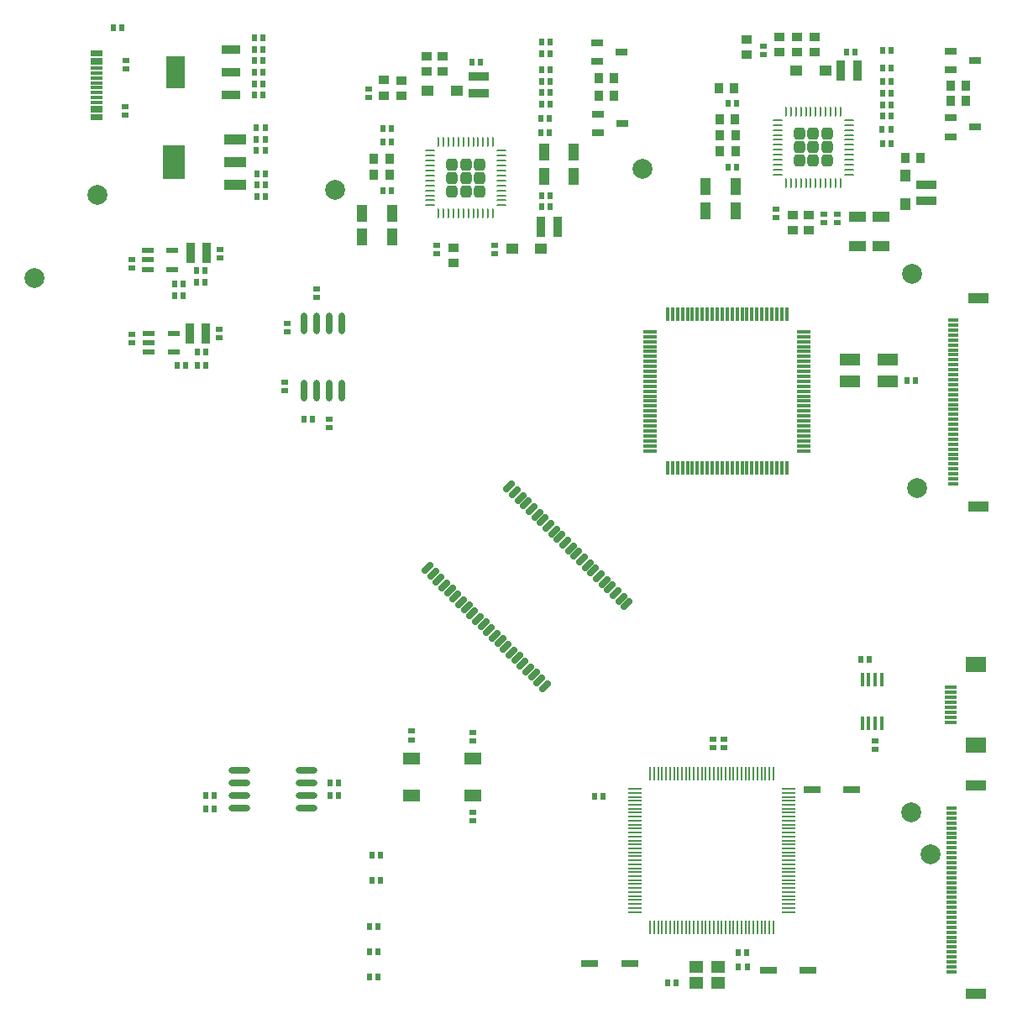
<source format=gtp>
G04*
G04 #@! TF.GenerationSoftware,Altium Limited,Altium Designer,21.1.1 (26)*
G04*
G04 Layer_Color=8421504*
%FSLAX25Y25*%
%MOIN*%
G70*
G04*
G04 #@! TF.SameCoordinates,FB3CC9E6-9328-4A98-A2C4-C3437A6BD050*
G04*
G04*
G04 #@! TF.FilePolarity,Positive*
G04*
G01*
G75*
%ADD21C,0.07874*%
%ADD22R,0.03858X0.03661*%
%ADD23R,0.02362X0.02559*%
%ADD24R,0.05709X0.00787*%
%ADD25R,0.03940X0.01180*%
%ADD26R,0.03937X0.01181*%
%ADD27R,0.03937X0.01181*%
%ADD28R,0.03940X0.01180*%
%ADD29R,0.02559X0.02362*%
%ADD30R,0.07086X0.03150*%
%ADD31R,0.07874X0.05118*%
%ADD32O,0.02756X0.08661*%
%ADD33R,0.03346X0.07874*%
%ADD34R,0.04724X0.02362*%
%ADD35R,0.08500X0.13800*%
%ADD36R,0.08500X0.04300*%
%ADD37R,0.07284X0.12795*%
%ADD38R,0.07284X0.03543*%
%ADD39R,0.04921X0.02756*%
%ADD40R,0.03661X0.03858*%
%ADD41R,0.07874X0.03346*%
%ADD42R,0.03937X0.04921*%
%ADD43R,0.07087X0.04449*%
%ADD44R,0.04921X0.03937*%
%ADD45R,0.04449X0.07087*%
G04:AMPARAMS|DCode=46|XSize=46.06mil|YSize=46.06mil|CornerRadius=11.52mil|HoleSize=0mil|Usage=FLASHONLY|Rotation=0.000|XOffset=0mil|YOffset=0mil|HoleType=Round|Shape=RoundedRectangle|*
%AMROUNDEDRECTD46*
21,1,0.04606,0.02303,0,0,0.0*
21,1,0.02303,0.04606,0,0,0.0*
1,1,0.02303,0.01152,-0.01152*
1,1,0.02303,-0.01152,-0.01152*
1,1,0.02303,-0.01152,0.01152*
1,1,0.02303,0.01152,0.01152*
%
%ADD46ROUNDEDRECTD46*%
G04:AMPARAMS|DCode=47|XSize=39.37mil|YSize=9.45mil|CornerRadius=2.36mil|HoleSize=0mil|Usage=FLASHONLY|Rotation=0.000|XOffset=0mil|YOffset=0mil|HoleType=Round|Shape=RoundedRectangle|*
%AMROUNDEDRECTD47*
21,1,0.03937,0.00472,0,0,0.0*
21,1,0.03465,0.00945,0,0,0.0*
1,1,0.00472,0.01732,-0.00236*
1,1,0.00472,-0.01732,-0.00236*
1,1,0.00472,-0.01732,0.00236*
1,1,0.00472,0.01732,0.00236*
%
%ADD47ROUNDEDRECTD47*%
G04:AMPARAMS|DCode=48|XSize=9.45mil|YSize=39.37mil|CornerRadius=2.36mil|HoleSize=0mil|Usage=FLASHONLY|Rotation=0.000|XOffset=0mil|YOffset=0mil|HoleType=Round|Shape=RoundedRectangle|*
%AMROUNDEDRECTD48*
21,1,0.00945,0.03465,0,0,0.0*
21,1,0.00472,0.03937,0,0,0.0*
1,1,0.00472,0.00236,-0.01732*
1,1,0.00472,-0.00236,-0.01732*
1,1,0.00472,-0.00236,0.01732*
1,1,0.00472,0.00236,0.01732*
%
%ADD48ROUNDEDRECTD48*%
%ADD49R,0.03937X0.01181*%
%ADD50R,0.03937X0.01181*%
%ADD51R,0.07880X0.04330*%
G04:AMPARAMS|DCode=52|XSize=27.56mil|YSize=57.09mil|CornerRadius=0mil|HoleSize=0mil|Usage=FLASHONLY|Rotation=135.000|XOffset=0mil|YOffset=0mil|HoleType=Round|Shape=Round|*
%AMOVALD52*
21,1,0.02953,0.02756,0.00000,0.00000,225.0*
1,1,0.02756,0.01044,0.01044*
1,1,0.02756,-0.01044,-0.01044*
%
%ADD52OVALD52*%

%ADD53R,0.05807X0.01181*%
%ADD54R,0.01181X0.05807*%
%ADD55R,0.00787X0.05709*%
%ADD56O,0.08661X0.02756*%
%ADD57R,0.07087X0.04724*%
%ADD58O,0.01575X0.05697*%
%ADD59O,0.01575X0.05697*%
%ADD60R,0.05512X0.04528*%
%ADD61R,0.05118X0.01181*%
%ADD62R,0.05118X0.01181*%
%ADD63R,0.05118X0.01181*%
%ADD64R,0.05118X0.01181*%
%ADD65R,0.07880X0.05910*%
D21*
X7000Y289900D02*
D03*
X32000Y322900D02*
D03*
X362800Y61200D02*
D03*
X355200Y77848D02*
D03*
X355500Y291500D02*
D03*
X357600Y206700D02*
D03*
X248600Y333300D02*
D03*
X126600Y325100D02*
D03*
D22*
X289974Y384732D02*
D03*
Y378668D02*
D03*
X302703Y379591D02*
D03*
Y385653D02*
D03*
X314400Y308869D02*
D03*
Y314932D02*
D03*
X308100Y308869D02*
D03*
Y314932D02*
D03*
X316803Y379659D02*
D03*
Y385722D02*
D03*
X309803Y379659D02*
D03*
Y385722D02*
D03*
X152987Y368249D02*
D03*
Y362186D02*
D03*
X173387Y295992D02*
D03*
Y302055D02*
D03*
X162887Y378155D02*
D03*
Y372092D02*
D03*
X169187Y378142D02*
D03*
Y372079D02*
D03*
X145987Y362455D02*
D03*
Y368518D02*
D03*
D23*
X286527Y22200D02*
D03*
X289873D02*
D03*
X232773Y84300D02*
D03*
X229427D02*
D03*
X353627Y249200D02*
D03*
X356973D02*
D03*
X117373Y233900D02*
D03*
X114027D02*
D03*
X71500Y293000D02*
D03*
X74847D02*
D03*
Y288400D02*
D03*
X71500D02*
D03*
X66246Y283100D02*
D03*
X62900D02*
D03*
X62827Y287600D02*
D03*
X66173D02*
D03*
X71700Y260660D02*
D03*
X75046D02*
D03*
X75046Y255300D02*
D03*
X71700D02*
D03*
X67247D02*
D03*
X63900D02*
D03*
X98873Y322400D02*
D03*
X95527D02*
D03*
X98873Y326900D02*
D03*
X95527D02*
D03*
X98873Y331400D02*
D03*
X95527D02*
D03*
X98664Y340600D02*
D03*
X95317D02*
D03*
X98664Y345115D02*
D03*
X95317D02*
D03*
X98664Y349600D02*
D03*
X95317D02*
D03*
X97773Y385200D02*
D03*
X94427D02*
D03*
X97746Y380700D02*
D03*
X94400D02*
D03*
X97773Y376200D02*
D03*
X94427D02*
D03*
X97746Y371600D02*
D03*
X94400D02*
D03*
X97773Y367100D02*
D03*
X94427D02*
D03*
X97746Y362600D02*
D03*
X94400D02*
D03*
X347073Y343400D02*
D03*
X343727D02*
D03*
X343754Y354287D02*
D03*
X347100D02*
D03*
X347000Y349000D02*
D03*
X343653D02*
D03*
X347100Y358790D02*
D03*
X343754D02*
D03*
X347100Y363287D02*
D03*
X343754D02*
D03*
X343953Y373187D02*
D03*
X347300D02*
D03*
X343754Y367887D02*
D03*
X347100D02*
D03*
X343953Y380387D02*
D03*
X347300D02*
D03*
X332976Y379791D02*
D03*
X329630D02*
D03*
X285776Y359191D02*
D03*
X282430D02*
D03*
X285803Y333991D02*
D03*
X282457D02*
D03*
X211860Y322810D02*
D03*
X208513D02*
D03*
X208608Y318310D02*
D03*
X211954D02*
D03*
X41973Y389400D02*
D03*
X38627D02*
D03*
X78428Y84794D02*
D03*
X75081D02*
D03*
X75027Y79300D02*
D03*
X78373D02*
D03*
X124481Y89794D02*
D03*
X127828D02*
D03*
X124528Y84495D02*
D03*
X127874D02*
D03*
X335254Y138700D02*
D03*
X338600D02*
D03*
X141085Y50841D02*
D03*
X144431D02*
D03*
X141031Y60941D02*
D03*
X144378D02*
D03*
X140154Y32700D02*
D03*
X143500D02*
D03*
X140127Y22600D02*
D03*
X143473D02*
D03*
X140053Y12500D02*
D03*
X143400D02*
D03*
X290000Y16660D02*
D03*
X286653D02*
D03*
X261800Y10260D02*
D03*
X258453D02*
D03*
X148760Y324497D02*
D03*
X145413D02*
D03*
X145475Y343994D02*
D03*
X148821D02*
D03*
Y349195D02*
D03*
X145475D02*
D03*
X211454Y347800D02*
D03*
X208107D02*
D03*
X211587Y353397D02*
D03*
X208240D02*
D03*
X208387Y358997D02*
D03*
X211733D02*
D03*
X211760Y363510D02*
D03*
X208413D02*
D03*
X211733Y368097D02*
D03*
X208387D02*
D03*
X208340Y372697D02*
D03*
X211687D02*
D03*
X208375Y378999D02*
D03*
X211721D02*
D03*
Y383499D02*
D03*
X208375D02*
D03*
X184260Y375510D02*
D03*
X180913D02*
D03*
D24*
X306400Y76273D02*
D03*
Y74698D02*
D03*
Y73124D02*
D03*
Y71549D02*
D03*
Y65250D02*
D03*
Y66824D02*
D03*
Y68399D02*
D03*
Y69974D02*
D03*
X245573Y79423D02*
D03*
Y80998D02*
D03*
Y82572D02*
D03*
Y87297D02*
D03*
Y85722D02*
D03*
Y84147D02*
D03*
Y77848D02*
D03*
Y76273D02*
D03*
Y74698D02*
D03*
Y73124D02*
D03*
Y71549D02*
D03*
Y69974D02*
D03*
Y68399D02*
D03*
Y66824D02*
D03*
Y65250D02*
D03*
Y63675D02*
D03*
Y62100D02*
D03*
Y60525D02*
D03*
Y58950D02*
D03*
Y57376D02*
D03*
Y55801D02*
D03*
Y54226D02*
D03*
Y52651D02*
D03*
Y51076D02*
D03*
Y49502D02*
D03*
Y47927D02*
D03*
Y46352D02*
D03*
Y44777D02*
D03*
Y43202D02*
D03*
Y41628D02*
D03*
Y40053D02*
D03*
Y38478D02*
D03*
X306400D02*
D03*
Y40053D02*
D03*
Y41628D02*
D03*
Y43202D02*
D03*
Y44777D02*
D03*
Y46352D02*
D03*
Y47927D02*
D03*
Y49502D02*
D03*
Y51076D02*
D03*
Y52651D02*
D03*
Y54226D02*
D03*
Y55801D02*
D03*
Y57376D02*
D03*
Y58950D02*
D03*
Y60525D02*
D03*
Y62100D02*
D03*
Y63675D02*
D03*
Y77848D02*
D03*
Y79423D02*
D03*
Y80998D02*
D03*
Y82572D02*
D03*
Y84147D02*
D03*
Y85722D02*
D03*
Y87297D02*
D03*
D25*
X371000Y52095D02*
D03*
Y48158D02*
D03*
Y46189D02*
D03*
X371980Y239814D02*
D03*
Y241783D02*
D03*
Y245721D02*
D03*
Y251625D02*
D03*
Y255562D02*
D03*
Y267373D02*
D03*
Y271310D02*
D03*
Y273279D02*
D03*
X371000Y58000D02*
D03*
Y61937D02*
D03*
Y73748D02*
D03*
Y77685D02*
D03*
Y79654D02*
D03*
D26*
Y38314D02*
D03*
Y40283D02*
D03*
X371979Y214221D02*
D03*
Y218161D02*
D03*
X371980Y222097D02*
D03*
Y224062D02*
D03*
Y226032D02*
D03*
Y228002D02*
D03*
Y229972D02*
D03*
Y231939D02*
D03*
Y233908D02*
D03*
X370999Y20596D02*
D03*
Y24536D02*
D03*
X371000Y28472D02*
D03*
Y30437D02*
D03*
Y32407D02*
D03*
Y34377D02*
D03*
Y36347D02*
D03*
D27*
Y42251D02*
D03*
Y44220D02*
D03*
X371979Y208316D02*
D03*
Y216191D02*
D03*
X371980Y235876D02*
D03*
Y237845D02*
D03*
X370999Y14691D02*
D03*
Y22566D02*
D03*
D28*
X371000Y50126D02*
D03*
X371980Y243751D02*
D03*
Y247688D02*
D03*
X371980Y249657D02*
D03*
Y253594D02*
D03*
Y257531D02*
D03*
X371980Y259499D02*
D03*
X371980Y261468D02*
D03*
X371980Y263436D02*
D03*
X371980Y265405D02*
D03*
X371980Y269342D02*
D03*
X371000Y54063D02*
D03*
X371000Y56032D02*
D03*
Y59969D02*
D03*
Y63906D02*
D03*
X371000Y65874D02*
D03*
X371000Y67843D02*
D03*
X371000Y69811D02*
D03*
X371000Y71780D02*
D03*
X371000Y75717D02*
D03*
D29*
X340900Y102954D02*
D03*
Y106300D02*
D03*
X119300Y282353D02*
D03*
Y285700D02*
D03*
X107500Y268700D02*
D03*
Y272046D02*
D03*
X106500Y245327D02*
D03*
Y248673D02*
D03*
X124200Y233973D02*
D03*
Y230627D02*
D03*
X80973Y298027D02*
D03*
Y301373D02*
D03*
X45673Y293927D02*
D03*
Y297273D02*
D03*
X45873Y267773D02*
D03*
Y264427D02*
D03*
X80573Y266467D02*
D03*
Y269813D02*
D03*
X320600Y312127D02*
D03*
Y315473D02*
D03*
X301403Y317237D02*
D03*
Y313891D02*
D03*
X325900Y312127D02*
D03*
Y315473D02*
D03*
X296403Y382064D02*
D03*
Y378717D02*
D03*
X276400Y106873D02*
D03*
Y103527D02*
D03*
X280900Y106873D02*
D03*
Y103527D02*
D03*
X181300Y74727D02*
D03*
Y78073D02*
D03*
X156900Y106827D02*
D03*
Y110173D02*
D03*
X181300Y106427D02*
D03*
Y109773D02*
D03*
X43200Y354727D02*
D03*
Y358073D02*
D03*
X43400Y376473D02*
D03*
Y373127D02*
D03*
X166887Y302884D02*
D03*
Y299537D02*
D03*
X189687Y299537D02*
D03*
Y302884D02*
D03*
X139687Y361737D02*
D03*
Y365084D02*
D03*
D30*
X243374Y18100D02*
D03*
X227626D02*
D03*
X298400Y15300D02*
D03*
X314148D02*
D03*
X331474Y87100D02*
D03*
X315726D02*
D03*
D31*
X330820Y257731D02*
D03*
X345780Y249069D02*
D03*
Y257731D02*
D03*
X330820Y249069D02*
D03*
D32*
X129200Y272086D02*
D03*
X124200D02*
D03*
X119200D02*
D03*
X114200D02*
D03*
X129200Y245314D02*
D03*
X124200D02*
D03*
X119200D02*
D03*
X114200D02*
D03*
D33*
X69106Y300100D02*
D03*
X75641D02*
D03*
X68706Y268100D02*
D03*
X75241D02*
D03*
X333671Y372391D02*
D03*
X327136D02*
D03*
X208319Y310410D02*
D03*
X214854D02*
D03*
D34*
X61895Y300940D02*
D03*
Y293460D02*
D03*
X52052D02*
D03*
Y297200D02*
D03*
Y300940D02*
D03*
X62394Y268140D02*
D03*
Y260660D02*
D03*
X52552D02*
D03*
Y264400D02*
D03*
Y268140D02*
D03*
D35*
X62500Y336050D02*
D03*
D36*
X86900Y345050D02*
D03*
Y336050D02*
D03*
Y326950D02*
D03*
D37*
X63255Y371600D02*
D03*
D38*
X85145Y380616D02*
D03*
Y371600D02*
D03*
Y362584D02*
D03*
D39*
X370782Y380131D02*
D03*
Y372650D02*
D03*
X380624Y376391D02*
D03*
X370682Y353631D02*
D03*
Y346150D02*
D03*
X380524Y349890D02*
D03*
X230365Y383350D02*
D03*
Y375870D02*
D03*
X240208Y379610D02*
D03*
X230665Y355150D02*
D03*
Y347670D02*
D03*
X240508Y351410D02*
D03*
D40*
X370672Y366381D02*
D03*
X376735D02*
D03*
X370672Y360181D02*
D03*
X376735D02*
D03*
X358931Y337800D02*
D03*
X352869D02*
D03*
X284935Y365491D02*
D03*
X278872D02*
D03*
X285266Y352890D02*
D03*
X279203D02*
D03*
X285335Y340390D02*
D03*
X279272D02*
D03*
Y346691D02*
D03*
X285335D02*
D03*
X141982Y337183D02*
D03*
X148045D02*
D03*
X237193Y362410D02*
D03*
X231130D02*
D03*
X237145Y369397D02*
D03*
X231082D02*
D03*
X148018Y330897D02*
D03*
X141955D02*
D03*
D41*
X361297Y320515D02*
D03*
Y327050D02*
D03*
X183387Y369964D02*
D03*
Y363429D02*
D03*
D42*
X352797Y330817D02*
D03*
Y319202D02*
D03*
D43*
X333676Y302534D02*
D03*
Y314266D02*
D03*
X343276Y302534D02*
D03*
Y314266D02*
D03*
D44*
X321210Y372491D02*
D03*
X309596D02*
D03*
X208294Y301597D02*
D03*
X196679D02*
D03*
X163080Y364197D02*
D03*
X174694D02*
D03*
D45*
X273637Y316690D02*
D03*
X285369D02*
D03*
X273637Y326190D02*
D03*
X285369D02*
D03*
X149053Y306210D02*
D03*
X137320D02*
D03*
X149053Y315710D02*
D03*
X137320D02*
D03*
X209521Y340010D02*
D03*
X221253D02*
D03*
X209521Y330410D02*
D03*
X221253D02*
D03*
D46*
X321697Y341897D02*
D03*
Y347290D02*
D03*
Y336503D02*
D03*
X310910Y341897D02*
D03*
Y347290D02*
D03*
Y336503D02*
D03*
X316303D02*
D03*
Y347290D02*
D03*
Y341897D02*
D03*
X183780Y329697D02*
D03*
Y335090D02*
D03*
Y324303D02*
D03*
X172993Y329697D02*
D03*
Y335090D02*
D03*
Y324303D02*
D03*
X178387D02*
D03*
Y335090D02*
D03*
Y329697D02*
D03*
D47*
X302130Y352724D02*
D03*
Y350755D02*
D03*
Y348787D02*
D03*
Y346818D02*
D03*
Y344850D02*
D03*
Y342881D02*
D03*
Y340913D02*
D03*
Y338944D02*
D03*
Y336976D02*
D03*
Y335007D02*
D03*
Y333039D02*
D03*
Y331070D02*
D03*
X330476D02*
D03*
Y333039D02*
D03*
Y335007D02*
D03*
Y336976D02*
D03*
Y338944D02*
D03*
Y340913D02*
D03*
Y342881D02*
D03*
Y344850D02*
D03*
Y346818D02*
D03*
Y348787D02*
D03*
Y350755D02*
D03*
Y352724D02*
D03*
X164213Y340524D02*
D03*
Y338555D02*
D03*
Y336587D02*
D03*
Y334618D02*
D03*
Y332650D02*
D03*
Y330681D02*
D03*
Y328713D02*
D03*
Y326744D02*
D03*
Y324776D02*
D03*
Y322807D02*
D03*
Y320839D02*
D03*
Y318870D02*
D03*
X192560D02*
D03*
Y320839D02*
D03*
Y322807D02*
D03*
Y324776D02*
D03*
Y326744D02*
D03*
Y328713D02*
D03*
Y330681D02*
D03*
Y332650D02*
D03*
Y334618D02*
D03*
Y336587D02*
D03*
Y338555D02*
D03*
Y340524D02*
D03*
D48*
X305476Y327724D02*
D03*
X307445D02*
D03*
X309413D02*
D03*
X311382D02*
D03*
X313350D02*
D03*
X315319D02*
D03*
X317287D02*
D03*
X319256D02*
D03*
X321224D02*
D03*
X323193D02*
D03*
X325161D02*
D03*
X327130D02*
D03*
Y356070D02*
D03*
X325161D02*
D03*
X323193D02*
D03*
X321224D02*
D03*
X319256D02*
D03*
X317287D02*
D03*
X315319D02*
D03*
X313350D02*
D03*
X311382D02*
D03*
X309413D02*
D03*
X307445D02*
D03*
X305476D02*
D03*
X167560Y315524D02*
D03*
X169528D02*
D03*
X171497D02*
D03*
X173465D02*
D03*
X175434D02*
D03*
X177402D02*
D03*
X179371D02*
D03*
X181339D02*
D03*
X183308D02*
D03*
X185276D02*
D03*
X187245D02*
D03*
X189213D02*
D03*
Y343870D02*
D03*
X187245D02*
D03*
X185276D02*
D03*
X183308D02*
D03*
X181339D02*
D03*
X179371D02*
D03*
X177402D02*
D03*
X175434D02*
D03*
X173465D02*
D03*
X171497D02*
D03*
X169528D02*
D03*
X167560D02*
D03*
D49*
X371979Y210281D02*
D03*
X370999Y16656D02*
D03*
D50*
X371979Y212251D02*
D03*
Y220131D02*
D03*
X370999Y18626D02*
D03*
Y26506D02*
D03*
D51*
X381821Y282134D02*
D03*
X381821Y199462D02*
D03*
X380841Y88509D02*
D03*
X380841Y5837D02*
D03*
D52*
X242318Y160500D02*
D03*
X240090Y162727D02*
D03*
X237863Y164954D02*
D03*
X235636Y167181D02*
D03*
X233409Y169408D02*
D03*
X231182Y171635D02*
D03*
X228955Y173862D02*
D03*
X226728Y176089D02*
D03*
X224501Y178316D02*
D03*
X222274Y180544D02*
D03*
X220046Y182771D02*
D03*
X217819Y184998D02*
D03*
X215592Y187225D02*
D03*
X213365Y189452D02*
D03*
X211138Y191679D02*
D03*
X208911Y193906D02*
D03*
X206684Y196133D02*
D03*
X204457Y198360D02*
D03*
X202230Y200588D02*
D03*
X200003Y202815D02*
D03*
X197775Y205042D02*
D03*
X195548Y207269D02*
D03*
X209885Y128067D02*
D03*
X207658Y130294D02*
D03*
X205431Y132522D02*
D03*
X203204Y134749D02*
D03*
X200977Y136976D02*
D03*
X198750Y139203D02*
D03*
X196523Y141430D02*
D03*
X194296Y143657D02*
D03*
X192069Y145884D02*
D03*
X189841Y148111D02*
D03*
X187614Y150338D02*
D03*
X185387Y152566D02*
D03*
X183160Y154793D02*
D03*
X180933Y157020D02*
D03*
X178706Y159247D02*
D03*
X176479Y161474D02*
D03*
X174252Y163701D02*
D03*
X172025Y165928D02*
D03*
X169797Y168155D02*
D03*
X167570Y170382D02*
D03*
X165343Y172609D02*
D03*
X163116Y174837D02*
D03*
D53*
X312565Y221478D02*
D03*
Y223446D02*
D03*
Y225415D02*
D03*
Y227383D02*
D03*
Y229352D02*
D03*
Y231321D02*
D03*
Y233289D02*
D03*
Y235258D02*
D03*
Y237226D02*
D03*
Y239194D02*
D03*
Y241163D02*
D03*
Y243131D02*
D03*
Y245100D02*
D03*
Y247069D02*
D03*
Y249037D02*
D03*
Y251006D02*
D03*
Y252974D02*
D03*
Y254942D02*
D03*
Y256911D02*
D03*
Y258879D02*
D03*
Y260848D02*
D03*
Y262817D02*
D03*
Y264785D02*
D03*
Y266754D02*
D03*
Y268722D02*
D03*
X251635D02*
D03*
Y266754D02*
D03*
Y264785D02*
D03*
Y262817D02*
D03*
Y260848D02*
D03*
Y258879D02*
D03*
Y256911D02*
D03*
Y254942D02*
D03*
Y252974D02*
D03*
Y251006D02*
D03*
Y249037D02*
D03*
Y247069D02*
D03*
Y245100D02*
D03*
Y243131D02*
D03*
Y241163D02*
D03*
Y239194D02*
D03*
Y237226D02*
D03*
Y235258D02*
D03*
Y233289D02*
D03*
Y231321D02*
D03*
Y229352D02*
D03*
Y227383D02*
D03*
Y225415D02*
D03*
Y223446D02*
D03*
Y221478D02*
D03*
D54*
X305722Y275565D02*
D03*
X303753D02*
D03*
X301785D02*
D03*
X299816D02*
D03*
X297848D02*
D03*
X295880D02*
D03*
X293911D02*
D03*
X291943D02*
D03*
X289974D02*
D03*
X288005D02*
D03*
X286037D02*
D03*
X284068D02*
D03*
X282100D02*
D03*
X280132D02*
D03*
X278163D02*
D03*
X276195D02*
D03*
X274226D02*
D03*
X272257D02*
D03*
X270289D02*
D03*
X268320D02*
D03*
X266352D02*
D03*
X264384D02*
D03*
X262415D02*
D03*
X260447D02*
D03*
X258478D02*
D03*
Y214635D02*
D03*
X260447D02*
D03*
X262415D02*
D03*
X264384D02*
D03*
X266352D02*
D03*
X268320D02*
D03*
X270289D02*
D03*
X272257D02*
D03*
X274226D02*
D03*
X276195D02*
D03*
X278163D02*
D03*
X280132D02*
D03*
X282100D02*
D03*
X284068D02*
D03*
X286037D02*
D03*
X288005D02*
D03*
X289974D02*
D03*
X291943D02*
D03*
X293911D02*
D03*
X295880D02*
D03*
X297848D02*
D03*
X299816D02*
D03*
X301785D02*
D03*
X303753D02*
D03*
X305722D02*
D03*
D55*
X272050Y93301D02*
D03*
X270475D02*
D03*
X268900D02*
D03*
X267325D02*
D03*
X251577Y32474D02*
D03*
X253152D02*
D03*
X254727D02*
D03*
X256302D02*
D03*
X257876D02*
D03*
X259451D02*
D03*
X261026D02*
D03*
X262601D02*
D03*
X264176D02*
D03*
X265750D02*
D03*
X267325D02*
D03*
X268900D02*
D03*
X270475D02*
D03*
X272050D02*
D03*
X273624D02*
D03*
X275199D02*
D03*
X276774D02*
D03*
X278349D02*
D03*
X279924D02*
D03*
X281498D02*
D03*
X283073D02*
D03*
X284648D02*
D03*
X286223D02*
D03*
X287798D02*
D03*
X289372D02*
D03*
X290947D02*
D03*
X292522D02*
D03*
X294097D02*
D03*
X295672D02*
D03*
X297247D02*
D03*
X298821D02*
D03*
X300396D02*
D03*
Y93301D02*
D03*
X298821D02*
D03*
X297247D02*
D03*
X295672D02*
D03*
X294097D02*
D03*
X292522D02*
D03*
X290947D02*
D03*
X289372D02*
D03*
X287798D02*
D03*
X286223D02*
D03*
X284648D02*
D03*
X283073D02*
D03*
X281498D02*
D03*
X279924D02*
D03*
X278349D02*
D03*
X276774D02*
D03*
X275199D02*
D03*
X273624D02*
D03*
X265750D02*
D03*
X264176D02*
D03*
X262601D02*
D03*
X261026D02*
D03*
X259451D02*
D03*
X257876D02*
D03*
X256302D02*
D03*
X254727D02*
D03*
X253152D02*
D03*
X251577D02*
D03*
D56*
X88442Y94794D02*
D03*
Y89794D02*
D03*
Y84794D02*
D03*
Y79795D02*
D03*
X115213Y94794D02*
D03*
Y89794D02*
D03*
Y84794D02*
D03*
Y79795D02*
D03*
D57*
X156895Y99383D02*
D03*
Y84816D02*
D03*
X181305Y99383D02*
D03*
Y84816D02*
D03*
D58*
X335759Y130761D02*
D03*
X338319D02*
D03*
X340880D02*
D03*
X343440D02*
D03*
X343439Y113439D02*
D03*
X338321Y113438D02*
D03*
X335762D02*
D03*
D59*
X340880Y113438D02*
D03*
D60*
X278431Y10310D02*
D03*
X269769Y16610D02*
D03*
Y10310D02*
D03*
X278431Y16610D02*
D03*
D61*
X31728Y353311D02*
D03*
X31728Y354492D02*
D03*
X31728Y357642D02*
D03*
X31732Y361580D02*
D03*
Y373390D02*
D03*
X31728Y375358D02*
D03*
Y376539D02*
D03*
X31728Y379689D02*
D03*
D62*
X31728Y356460D02*
D03*
X31728Y359610D02*
D03*
Y363547D02*
D03*
Y365516D02*
D03*
Y367484D02*
D03*
Y369453D02*
D03*
Y371421D02*
D03*
Y378508D02*
D03*
D63*
X370882Y113819D02*
D03*
X370882Y117756D02*
D03*
Y121693D02*
D03*
Y125630D02*
D03*
D64*
X370882Y115787D02*
D03*
Y119724D02*
D03*
Y123661D02*
D03*
X370882Y127598D02*
D03*
D65*
X380918Y136645D02*
D03*
Y104755D02*
D03*
M02*

</source>
